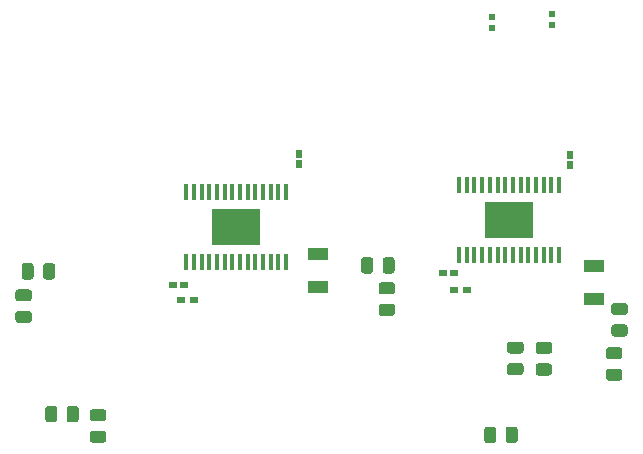
<source format=gbr>
%TF.GenerationSoftware,KiCad,Pcbnew,(5.1.9)-1*%
%TF.CreationDate,2021-10-15T13:48:39-04:00*%
%TF.ProjectId,ECE477_motorcontroller,45434534-3737-45f6-9d6f-746f72636f6e,rev?*%
%TF.SameCoordinates,Original*%
%TF.FileFunction,Paste,Top*%
%TF.FilePolarity,Positive*%
%FSLAX46Y46*%
G04 Gerber Fmt 4.6, Leading zero omitted, Abs format (unit mm)*
G04 Created by KiCad (PCBNEW (5.1.9)-1) date 2021-10-15 13:48:39*
%MOMM*%
%LPD*%
G01*
G04 APERTURE LIST*
%ADD10R,0.620000X0.600000*%
%ADD11R,0.700000X0.600000*%
%ADD12R,4.050000X3.100000*%
%ADD13R,0.450000X1.475000*%
%ADD14R,0.650000X0.620000*%
%ADD15R,1.820000X1.020000*%
%ADD16R,0.620000X0.650000*%
G04 APERTURE END LIST*
%TO.C,R13*%
G36*
G01*
X152612500Y-86149999D02*
X152612500Y-87050001D01*
G75*
G02*
X152362501Y-87300000I-249999J0D01*
G01*
X151837499Y-87300000D01*
G75*
G02*
X151587500Y-87050001I0J249999D01*
G01*
X151587500Y-86149999D01*
G75*
G02*
X151837499Y-85900000I249999J0D01*
G01*
X152362501Y-85900000D01*
G75*
G02*
X152612500Y-86149999I0J-249999D01*
G01*
G37*
G36*
G01*
X154437500Y-86149999D02*
X154437500Y-87050001D01*
G75*
G02*
X154187501Y-87300000I-249999J0D01*
G01*
X153662499Y-87300000D01*
G75*
G02*
X153412500Y-87050001I0J249999D01*
G01*
X153412500Y-86149999D01*
G75*
G02*
X153662499Y-85900000I249999J0D01*
G01*
X154187501Y-85900000D01*
G75*
G02*
X154437500Y-86149999I0J-249999D01*
G01*
G37*
%TD*%
%TO.C,R12*%
G36*
G01*
X115450000Y-84399999D02*
X115450000Y-85300001D01*
G75*
G02*
X115200001Y-85550000I-249999J0D01*
G01*
X114674999Y-85550000D01*
G75*
G02*
X114425000Y-85300001I0J249999D01*
G01*
X114425000Y-84399999D01*
G75*
G02*
X114674999Y-84150000I249999J0D01*
G01*
X115200001Y-84150000D01*
G75*
G02*
X115450000Y-84399999I0J-249999D01*
G01*
G37*
G36*
G01*
X117275000Y-84399999D02*
X117275000Y-85300001D01*
G75*
G02*
X117025001Y-85550000I-249999J0D01*
G01*
X116499999Y-85550000D01*
G75*
G02*
X116250000Y-85300001I0J249999D01*
G01*
X116250000Y-84399999D01*
G75*
G02*
X116499999Y-84150000I249999J0D01*
G01*
X117025001Y-84150000D01*
G75*
G02*
X117275000Y-84399999I0J-249999D01*
G01*
G37*
%TD*%
%TO.C,R11*%
G36*
G01*
X118449999Y-86250000D02*
X119350001Y-86250000D01*
G75*
G02*
X119600000Y-86499999I0J-249999D01*
G01*
X119600000Y-87025001D01*
G75*
G02*
X119350001Y-87275000I-249999J0D01*
G01*
X118449999Y-87275000D01*
G75*
G02*
X118200000Y-87025001I0J249999D01*
G01*
X118200000Y-86499999D01*
G75*
G02*
X118449999Y-86250000I249999J0D01*
G01*
G37*
G36*
G01*
X118449999Y-84425000D02*
X119350001Y-84425000D01*
G75*
G02*
X119600000Y-84674999I0J-249999D01*
G01*
X119600000Y-85200001D01*
G75*
G02*
X119350001Y-85450000I-249999J0D01*
G01*
X118449999Y-85450000D01*
G75*
G02*
X118200000Y-85200001I0J249999D01*
G01*
X118200000Y-84674999D01*
G75*
G02*
X118449999Y-84425000I249999J0D01*
G01*
G37*
%TD*%
%TO.C,R10*%
G36*
G01*
X163050001Y-80200000D02*
X162149999Y-80200000D01*
G75*
G02*
X161900000Y-79950001I0J249999D01*
G01*
X161900000Y-79424999D01*
G75*
G02*
X162149999Y-79175000I249999J0D01*
G01*
X163050001Y-79175000D01*
G75*
G02*
X163300000Y-79424999I0J-249999D01*
G01*
X163300000Y-79950001D01*
G75*
G02*
X163050001Y-80200000I-249999J0D01*
G01*
G37*
G36*
G01*
X163050001Y-82025000D02*
X162149999Y-82025000D01*
G75*
G02*
X161900000Y-81775001I0J249999D01*
G01*
X161900000Y-81249999D01*
G75*
G02*
X162149999Y-81000000I249999J0D01*
G01*
X163050001Y-81000000D01*
G75*
G02*
X163300000Y-81249999I0J-249999D01*
G01*
X163300000Y-81775001D01*
G75*
G02*
X163050001Y-82025000I-249999J0D01*
G01*
G37*
%TD*%
%TO.C,R9*%
G36*
G01*
X112149999Y-76100000D02*
X113050001Y-76100000D01*
G75*
G02*
X113300000Y-76349999I0J-249999D01*
G01*
X113300000Y-76875001D01*
G75*
G02*
X113050001Y-77125000I-249999J0D01*
G01*
X112149999Y-77125000D01*
G75*
G02*
X111900000Y-76875001I0J249999D01*
G01*
X111900000Y-76349999D01*
G75*
G02*
X112149999Y-76100000I249999J0D01*
G01*
G37*
G36*
G01*
X112149999Y-74275000D02*
X113050001Y-74275000D01*
G75*
G02*
X113300000Y-74524999I0J-249999D01*
G01*
X113300000Y-75050001D01*
G75*
G02*
X113050001Y-75300000I-249999J0D01*
G01*
X112149999Y-75300000D01*
G75*
G02*
X111900000Y-75050001I0J249999D01*
G01*
X111900000Y-74524999D01*
G75*
G02*
X112149999Y-74275000I249999J0D01*
G01*
G37*
%TD*%
%TO.C,R8*%
G36*
G01*
X142899999Y-75500000D02*
X143800001Y-75500000D01*
G75*
G02*
X144050000Y-75749999I0J-249999D01*
G01*
X144050000Y-76275001D01*
G75*
G02*
X143800001Y-76525000I-249999J0D01*
G01*
X142899999Y-76525000D01*
G75*
G02*
X142650000Y-76275001I0J249999D01*
G01*
X142650000Y-75749999D01*
G75*
G02*
X142899999Y-75500000I249999J0D01*
G01*
G37*
G36*
G01*
X142899999Y-73675000D02*
X143800001Y-73675000D01*
G75*
G02*
X144050000Y-73924999I0J-249999D01*
G01*
X144050000Y-74450001D01*
G75*
G02*
X143800001Y-74700000I-249999J0D01*
G01*
X142899999Y-74700000D01*
G75*
G02*
X142650000Y-74450001I0J249999D01*
G01*
X142650000Y-73924999D01*
G75*
G02*
X142899999Y-73675000I249999J0D01*
G01*
G37*
%TD*%
%TO.C,R7*%
G36*
G01*
X143000000Y-72700001D02*
X143000000Y-71799999D01*
G75*
G02*
X143249999Y-71550000I249999J0D01*
G01*
X143775001Y-71550000D01*
G75*
G02*
X144025000Y-71799999I0J-249999D01*
G01*
X144025000Y-72700001D01*
G75*
G02*
X143775001Y-72950000I-249999J0D01*
G01*
X143249999Y-72950000D01*
G75*
G02*
X143000000Y-72700001I0J249999D01*
G01*
G37*
G36*
G01*
X141175000Y-72700001D02*
X141175000Y-71799999D01*
G75*
G02*
X141424999Y-71550000I249999J0D01*
G01*
X141950001Y-71550000D01*
G75*
G02*
X142200000Y-71799999I0J-249999D01*
G01*
X142200000Y-72700001D01*
G75*
G02*
X141950001Y-72950000I-249999J0D01*
G01*
X141424999Y-72950000D01*
G75*
G02*
X141175000Y-72700001I0J249999D01*
G01*
G37*
%TD*%
%TO.C,R4*%
G36*
G01*
X162599999Y-77250000D02*
X163500001Y-77250000D01*
G75*
G02*
X163750000Y-77499999I0J-249999D01*
G01*
X163750000Y-78025001D01*
G75*
G02*
X163500001Y-78275000I-249999J0D01*
G01*
X162599999Y-78275000D01*
G75*
G02*
X162350000Y-78025001I0J249999D01*
G01*
X162350000Y-77499999D01*
G75*
G02*
X162599999Y-77250000I249999J0D01*
G01*
G37*
G36*
G01*
X162599999Y-75425000D02*
X163500001Y-75425000D01*
G75*
G02*
X163750000Y-75674999I0J-249999D01*
G01*
X163750000Y-76200001D01*
G75*
G02*
X163500001Y-76450000I-249999J0D01*
G01*
X162599999Y-76450000D01*
G75*
G02*
X162350000Y-76200001I0J249999D01*
G01*
X162350000Y-75674999D01*
G75*
G02*
X162599999Y-75425000I249999J0D01*
G01*
G37*
%TD*%
%TO.C,R3*%
G36*
G01*
X113450000Y-72299999D02*
X113450000Y-73200001D01*
G75*
G02*
X113200001Y-73450000I-249999J0D01*
G01*
X112674999Y-73450000D01*
G75*
G02*
X112425000Y-73200001I0J249999D01*
G01*
X112425000Y-72299999D01*
G75*
G02*
X112674999Y-72050000I249999J0D01*
G01*
X113200001Y-72050000D01*
G75*
G02*
X113450000Y-72299999I0J-249999D01*
G01*
G37*
G36*
G01*
X115275000Y-72299999D02*
X115275000Y-73200001D01*
G75*
G02*
X115025001Y-73450000I-249999J0D01*
G01*
X114499999Y-73450000D01*
G75*
G02*
X114250000Y-73200001I0J249999D01*
G01*
X114250000Y-72299999D01*
G75*
G02*
X114499999Y-72050000I249999J0D01*
G01*
X115025001Y-72050000D01*
G75*
G02*
X115275000Y-72299999I0J-249999D01*
G01*
G37*
%TD*%
D10*
%TO.C,C14*%
X152300000Y-51240000D03*
X152300000Y-52160000D03*
%TD*%
%TO.C,C13*%
X157300000Y-50940000D03*
X157300000Y-51860000D03*
%TD*%
%TO.C,R6*%
G36*
G01*
X154678001Y-79721000D02*
X153777999Y-79721000D01*
G75*
G02*
X153528000Y-79471001I0J249999D01*
G01*
X153528000Y-78945999D01*
G75*
G02*
X153777999Y-78696000I249999J0D01*
G01*
X154678001Y-78696000D01*
G75*
G02*
X154928000Y-78945999I0J-249999D01*
G01*
X154928000Y-79471001D01*
G75*
G02*
X154678001Y-79721000I-249999J0D01*
G01*
G37*
G36*
G01*
X154678001Y-81546000D02*
X153777999Y-81546000D01*
G75*
G02*
X153528000Y-81296001I0J249999D01*
G01*
X153528000Y-80770999D01*
G75*
G02*
X153777999Y-80521000I249999J0D01*
G01*
X154678001Y-80521000D01*
G75*
G02*
X154928000Y-80770999I0J-249999D01*
G01*
X154928000Y-81296001D01*
G75*
G02*
X154678001Y-81546000I-249999J0D01*
G01*
G37*
%TD*%
%TO.C,R5*%
G36*
G01*
X157100001Y-79750000D02*
X156199999Y-79750000D01*
G75*
G02*
X155950000Y-79500001I0J249999D01*
G01*
X155950000Y-78974999D01*
G75*
G02*
X156199999Y-78725000I249999J0D01*
G01*
X157100001Y-78725000D01*
G75*
G02*
X157350000Y-78974999I0J-249999D01*
G01*
X157350000Y-79500001D01*
G75*
G02*
X157100001Y-79750000I-249999J0D01*
G01*
G37*
G36*
G01*
X157100001Y-81575000D02*
X156199999Y-81575000D01*
G75*
G02*
X155950000Y-81325001I0J249999D01*
G01*
X155950000Y-80799999D01*
G75*
G02*
X156199999Y-80550000I249999J0D01*
G01*
X157100001Y-80550000D01*
G75*
G02*
X157350000Y-80799999I0J-249999D01*
G01*
X157350000Y-81325001D01*
G75*
G02*
X157100001Y-81575000I-249999J0D01*
G01*
G37*
%TD*%
D11*
%TO.C,Rnfault2*%
X150114000Y-74293000D03*
X149014000Y-74293000D03*
%TD*%
%TO.C,Rnfault1*%
X127000000Y-75184000D03*
X125900000Y-75184000D03*
%TD*%
D12*
%TO.C,IC2*%
X153700000Y-68400000D03*
D13*
X157925000Y-71338000D03*
X157275000Y-71338000D03*
X156625000Y-71338000D03*
X155975000Y-71338000D03*
X155325000Y-71338000D03*
X154675000Y-71338000D03*
X154025000Y-71338000D03*
X153375000Y-71338000D03*
X152725000Y-71338000D03*
X152075000Y-71338000D03*
X151425000Y-71338000D03*
X150775000Y-71338000D03*
X150125000Y-71338000D03*
X149475000Y-71338000D03*
X149475000Y-65462000D03*
X150125000Y-65462000D03*
X150775000Y-65462000D03*
X151425000Y-65462000D03*
X152075000Y-65462000D03*
X152725000Y-65462000D03*
X153375000Y-65462000D03*
X154025000Y-65462000D03*
X154675000Y-65462000D03*
X155325000Y-65462000D03*
X155975000Y-65462000D03*
X156625000Y-65462000D03*
X157275000Y-65462000D03*
X157925000Y-65462000D03*
%TD*%
D12*
%TO.C,IC1*%
X130600000Y-69000000D03*
D13*
X134825000Y-71938000D03*
X134175000Y-71938000D03*
X133525000Y-71938000D03*
X132875000Y-71938000D03*
X132225000Y-71938000D03*
X131575000Y-71938000D03*
X130925000Y-71938000D03*
X130275000Y-71938000D03*
X129625000Y-71938000D03*
X128975000Y-71938000D03*
X128325000Y-71938000D03*
X127675000Y-71938000D03*
X127025000Y-71938000D03*
X126375000Y-71938000D03*
X126375000Y-66062000D03*
X127025000Y-66062000D03*
X127675000Y-66062000D03*
X128325000Y-66062000D03*
X128975000Y-66062000D03*
X129625000Y-66062000D03*
X130275000Y-66062000D03*
X130925000Y-66062000D03*
X131575000Y-66062000D03*
X132225000Y-66062000D03*
X132875000Y-66062000D03*
X133525000Y-66062000D03*
X134175000Y-66062000D03*
X134825000Y-66062000D03*
%TD*%
D14*
%TO.C,C12*%
X148150000Y-72898000D03*
X149030000Y-72898000D03*
%TD*%
D15*
%TO.C,C11*%
X160884000Y-72290000D03*
X160884000Y-75090000D03*
%TD*%
D16*
%TO.C,C9*%
X158900000Y-63790000D03*
X158900000Y-62910000D03*
%TD*%
D15*
%TO.C,C8*%
X137516000Y-71274000D03*
X137516000Y-74074000D03*
%TD*%
D14*
%TO.C,C2*%
X125290000Y-73914000D03*
X126170000Y-73914000D03*
%TD*%
D16*
%TO.C,C1*%
X135890000Y-62806000D03*
X135890000Y-63686000D03*
%TD*%
M02*

</source>
